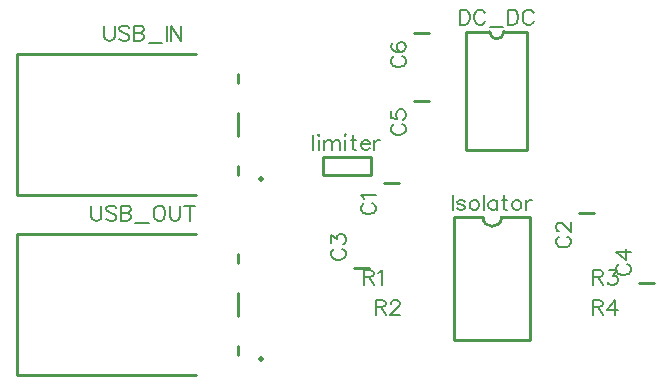
<source format=gbr>
%TF.GenerationSoftware,Novarm,DipTrace,3.1.0.1*%
%TF.CreationDate,2017-08-28T19:58:40+02:00*%
%FSLAX26Y26*%
%MOIN*%
%TF.FileFunction,Legend,Top*%
%TF.Part,Single*%
%ADD10C,0.009843*%
%ADD19C,0.01966*%
%ADD22C,0.01966*%
%ADD54C,0.00772*%
G75*
G01*
%LPD*%
X1068429Y1135360D2*
D10*
X1119571D1*
X1718429Y1035360D2*
X1769571D1*
X1019571Y852640D2*
X968429D1*
X1969571Y802640D2*
X1918429D1*
X1168429Y1410163D2*
X1219571D1*
X1168429Y1635360D2*
X1219571D1*
X1303056Y1023723D2*
Y614277D1*
X1555023Y1023723D2*
Y614277D1*
X1303056D2*
X1555023D1*
X1303056Y1023723D2*
X1397532D1*
X1460546D2*
X1555023D1*
X1397532D2*
G03X1460546Y1023723I31507J21D01*
G01*
X1546367Y1640850D2*
Y1247150D1*
X1341633D2*
X1546367D1*
X1341633Y1640850D2*
Y1247150D1*
Y1640850D2*
X1420374D1*
X1546367D2*
X1467626D1*
X1420374D2*
G03X1467626Y1640850I23626J4D01*
G01*
X-153244Y1095594D2*
Y1567996D1*
Y1095594D2*
X443178D1*
X580969Y1469575D2*
Y1501102D1*
Y1292437D2*
Y1371154D1*
Y1162488D2*
Y1194016D1*
D19*
X659736Y1148746D3*
X-153244Y1567996D2*
D10*
X443178D1*
X-153244Y495594D2*
Y967996D1*
Y495594D2*
X443178D1*
X580969Y869575D2*
Y901102D1*
Y692437D2*
Y771154D1*
Y562488D2*
Y594016D1*
X-153244Y967996D2*
X443178D1*
D22*
X659736Y548720D3*
X863850Y1224000D2*
D10*
Y1164000D1*
X1024150Y1224000D2*
X863850D1*
X1024150D2*
Y1164000D1*
X863850D1*
X1003188Y1068702D2*
D54*
X998434Y1066325D1*
X993626Y1061517D1*
X991249Y1056763D1*
Y1047202D1*
X993626Y1042393D1*
X998434Y1037640D1*
X1003188Y1035208D1*
X1010373Y1032832D1*
X1022366D1*
X1029496Y1035208D1*
X1034304Y1037640D1*
X1039058Y1042393D1*
X1041489Y1047202D1*
Y1056763D1*
X1039058Y1061517D1*
X1034304Y1066325D1*
X1029496Y1068702D1*
X1000866Y1084141D2*
X998434Y1088949D1*
X991305Y1096134D1*
X1041489D1*
X1653188Y957952D2*
X1648434Y955575D1*
X1643626Y950767D1*
X1641249Y946014D1*
Y936452D1*
X1643626Y931643D1*
X1648434Y926890D1*
X1653188Y924458D1*
X1660373Y922082D1*
X1672366D1*
X1679496Y924458D1*
X1684304Y926890D1*
X1689058Y931643D1*
X1691489Y936452D1*
Y946013D1*
X1689058Y950767D1*
X1684304Y955575D1*
X1679496Y957952D1*
X1653243Y975823D2*
X1650866D1*
X1646058Y978199D1*
X1643681Y980576D1*
X1641305Y985384D1*
Y994946D1*
X1643681Y999699D1*
X1646058Y1002076D1*
X1650866Y1004508D1*
X1655620D1*
X1660428Y1002076D1*
X1667558Y997323D1*
X1691489Y973391D1*
Y1006884D1*
X903188Y916986D2*
X898434Y914609D1*
X893626Y909801D1*
X891249Y905048D1*
Y895486D1*
X893626Y890678D1*
X898434Y885924D1*
X903188Y883493D1*
X910373Y881116D1*
X922366D1*
X929496Y883493D1*
X934304Y885924D1*
X939058Y890678D1*
X941489Y895486D1*
Y905048D1*
X939058Y909801D1*
X934304Y914609D1*
X929496Y916986D1*
X891305Y937234D2*
Y963487D1*
X910428Y949172D1*
Y956357D1*
X912805Y961110D1*
X915181Y963486D1*
X922366Y965918D1*
X927119D1*
X934304Y963486D1*
X939113Y958733D1*
X941489Y951548D1*
Y944363D1*
X939113Y937233D1*
X936681Y934857D1*
X931928Y932425D1*
X1853188Y865798D2*
X1848434Y863421D1*
X1843626Y858613D1*
X1841249Y853859D1*
Y844298D1*
X1843626Y839489D1*
X1848434Y834736D1*
X1853188Y832304D1*
X1860373Y829928D1*
X1872366D1*
X1879496Y832304D1*
X1884304Y834736D1*
X1889058Y839489D1*
X1891489Y844298D1*
Y853859D1*
X1889058Y858612D1*
X1884304Y863421D1*
X1879496Y865797D1*
X1891489Y905168D2*
X1841305D1*
X1874743Y881237D1*
Y917107D1*
X1103188Y1332755D2*
X1098434Y1330378D1*
X1093626Y1325570D1*
X1091249Y1320817D1*
Y1311255D1*
X1093626Y1306447D1*
X1098434Y1301693D1*
X1103188Y1299262D1*
X1110373Y1296885D1*
X1122366D1*
X1129496Y1299262D1*
X1134304Y1301693D1*
X1139058Y1306447D1*
X1141489Y1311255D1*
Y1320817D1*
X1139058Y1325570D1*
X1134304Y1330378D1*
X1129496Y1332755D1*
X1091305Y1376879D2*
Y1353003D1*
X1112805Y1350626D1*
X1110428Y1353003D1*
X1107996Y1360188D1*
Y1367317D1*
X1110428Y1374502D1*
X1115181Y1379311D1*
X1122366Y1381687D1*
X1127119D1*
X1134304Y1379311D1*
X1139113Y1374502D1*
X1141489Y1367317D1*
Y1360188D1*
X1139113Y1353002D1*
X1136681Y1350626D1*
X1131928Y1348194D1*
X1103188Y1559168D2*
X1098434Y1556791D1*
X1093626Y1551983D1*
X1091249Y1547229D1*
Y1537668D1*
X1093626Y1532859D1*
X1098434Y1528106D1*
X1103188Y1525674D1*
X1110373Y1523298D1*
X1122366D1*
X1129496Y1525674D1*
X1134304Y1528106D1*
X1139058Y1532859D1*
X1141489Y1537668D1*
Y1547229D1*
X1139058Y1551983D1*
X1134304Y1556791D1*
X1129496Y1559168D1*
X1098434Y1603292D2*
X1093681Y1600915D1*
X1091305Y1593730D1*
Y1588977D1*
X1093681Y1581792D1*
X1100866Y1576983D1*
X1112805Y1574607D1*
X1124743D1*
X1134304Y1576983D1*
X1139113Y1581792D1*
X1141489Y1588977D1*
Y1591353D1*
X1139113Y1598483D1*
X1134304Y1603292D1*
X1127119Y1605668D1*
X1124743D1*
X1117558Y1603292D1*
X1112805Y1598483D1*
X1110428Y1591354D1*
Y1588977D1*
X1112805Y1581792D1*
X1117558Y1576983D1*
X1124743Y1574607D1*
X1297238Y1096946D2*
Y1046706D1*
X1338985Y1073014D2*
X1336609Y1077823D1*
X1329424Y1080200D1*
X1322239D1*
X1315054Y1077823D1*
X1312677Y1073014D1*
X1315054Y1068261D1*
X1319862Y1065829D1*
X1331800Y1063453D1*
X1336609Y1061076D1*
X1338985Y1056268D1*
Y1053891D1*
X1336609Y1049138D1*
X1329424Y1046706D1*
X1322239D1*
X1315054Y1049138D1*
X1312677Y1053891D1*
X1366363Y1080200D2*
X1361610Y1077823D1*
X1356801Y1073014D1*
X1354425Y1065829D1*
Y1061076D1*
X1356801Y1053891D1*
X1361610Y1049138D1*
X1366363Y1046706D1*
X1373548D1*
X1378356Y1049138D1*
X1383109Y1053891D1*
X1385541Y1061076D1*
Y1065829D1*
X1383109Y1073014D1*
X1378356Y1077823D1*
X1373548Y1080200D1*
X1366363D1*
X1400981Y1096946D2*
Y1046706D1*
X1445105Y1080200D2*
Y1046706D1*
Y1073014D2*
X1440352Y1077823D1*
X1435543Y1080200D1*
X1428413D1*
X1423605Y1077823D1*
X1418852Y1073014D1*
X1416420Y1065829D1*
Y1061076D1*
X1418852Y1053891D1*
X1423605Y1049138D1*
X1428413Y1046706D1*
X1435543D1*
X1440352Y1049138D1*
X1445105Y1053891D1*
X1467729Y1096946D2*
Y1056268D1*
X1470106Y1049138D1*
X1474914Y1046706D1*
X1479667D1*
X1460544Y1080200D2*
X1477291D1*
X1507045D2*
X1502291Y1077823D1*
X1497483Y1073014D1*
X1495106Y1065829D1*
Y1061076D1*
X1497483Y1053891D1*
X1502291Y1049138D1*
X1507045Y1046706D1*
X1514230D1*
X1519038Y1049138D1*
X1523791Y1053891D1*
X1526223Y1061076D1*
Y1065829D1*
X1523791Y1073014D1*
X1519038Y1077823D1*
X1514230Y1080200D1*
X1507045D1*
X1541662D2*
Y1046706D1*
Y1065829D2*
X1544094Y1073014D1*
X1548847Y1077823D1*
X1553656Y1080200D1*
X1560841D1*
X1000939Y822819D2*
X1022438D1*
X1029623Y825251D1*
X1032055Y827627D1*
X1034432Y832381D1*
Y837189D1*
X1032055Y841942D1*
X1029623Y844374D1*
X1022438Y846751D1*
X1000939D1*
Y796511D1*
X1017685Y822819D2*
X1034432Y796511D1*
X1049871Y837134D2*
X1054680Y839566D1*
X1061865Y846695D1*
Y796511D1*
X1040189Y722819D2*
X1061688D1*
X1068874Y725251D1*
X1071305Y727627D1*
X1073682Y732381D1*
Y737189D1*
X1071305Y741942D1*
X1068874Y744374D1*
X1061688Y746751D1*
X1040189D1*
Y696511D1*
X1056935Y722819D2*
X1073682Y696511D1*
X1091553Y734757D2*
Y737134D1*
X1093930Y741942D1*
X1096306Y744319D1*
X1101115Y746695D1*
X1110676D1*
X1115429Y744319D1*
X1117806Y741942D1*
X1120238Y737134D1*
Y732381D1*
X1117806Y727572D1*
X1113053Y720442D1*
X1089121Y696511D1*
X1122615D1*
X1765385Y822819D2*
X1786885D1*
X1794070Y825251D1*
X1796502Y827627D1*
X1798879Y832381D1*
Y837189D1*
X1796502Y841942D1*
X1794070Y844374D1*
X1786885Y846751D1*
X1765385D1*
Y796511D1*
X1782132Y822819D2*
X1798879Y796511D1*
X1819126Y846695D2*
X1845380D1*
X1831065Y827572D1*
X1838250D1*
X1843003Y825196D1*
X1845380Y822819D1*
X1847811Y815634D1*
Y810881D1*
X1845380Y803696D1*
X1840626Y798887D1*
X1833441Y796511D1*
X1826256D1*
X1819126Y798887D1*
X1816750Y801319D1*
X1814318Y806072D1*
X1764197Y722819D2*
X1785697D1*
X1792882Y725251D1*
X1795314Y727627D1*
X1797691Y732381D1*
Y737189D1*
X1795314Y741942D1*
X1792882Y744374D1*
X1785697Y746751D1*
X1764197D1*
Y696511D1*
X1780944Y722819D2*
X1797691Y696511D1*
X1837061D2*
Y746695D1*
X1813130Y713257D1*
X1849000D1*
X1321042Y1714073D2*
Y1663833D1*
X1337789D1*
X1344974Y1666265D1*
X1349783Y1671019D1*
X1352159Y1675827D1*
X1354536Y1682957D1*
Y1694950D1*
X1352159Y1702135D1*
X1349783Y1706888D1*
X1344974Y1711697D1*
X1337789Y1714073D1*
X1321042D1*
X1405845Y1702135D2*
X1403468Y1706888D1*
X1398660Y1711697D1*
X1393907Y1714073D1*
X1384345D1*
X1379537Y1711697D1*
X1374783Y1706888D1*
X1372352Y1702135D1*
X1369975Y1694950D1*
Y1682957D1*
X1372352Y1675827D1*
X1374783Y1671019D1*
X1379537Y1666265D1*
X1384345Y1663833D1*
X1393907D1*
X1398660Y1666265D1*
X1403468Y1671019D1*
X1405845Y1675827D1*
X1421284Y1655543D2*
X1466716D1*
X1482155Y1714073D2*
Y1663833D1*
X1498902D1*
X1506087Y1666265D1*
X1510895Y1671019D1*
X1513272Y1675827D1*
X1515648Y1682957D1*
Y1694950D1*
X1513272Y1702135D1*
X1510895Y1706888D1*
X1506087Y1711697D1*
X1498902Y1714073D1*
X1482155D1*
X1566958Y1702135D2*
X1564581Y1706888D1*
X1559772Y1711697D1*
X1555019Y1714073D1*
X1545458D1*
X1540649Y1711697D1*
X1535896Y1706888D1*
X1533464Y1702135D1*
X1531088Y1694950D1*
Y1682957D1*
X1533464Y1675827D1*
X1535896Y1671019D1*
X1540649Y1666265D1*
X1545458Y1663833D1*
X1555019D1*
X1559772Y1666265D1*
X1564581Y1671019D1*
X1566958Y1675827D1*
X136762Y1660924D2*
Y1625054D1*
X139139Y1617869D1*
X143947Y1613116D1*
X151133Y1610684D1*
X155886D1*
X163071Y1613116D1*
X167879Y1617869D1*
X170256Y1625054D1*
Y1660924D1*
X219188Y1653739D2*
X214435Y1658547D1*
X207250Y1660924D1*
X197688D1*
X190503Y1658547D1*
X185695Y1653739D1*
Y1648986D1*
X188127Y1644177D1*
X190503Y1641801D1*
X195257Y1639424D1*
X209627Y1634616D1*
X214435Y1632239D1*
X216812Y1629807D1*
X219188Y1625054D1*
Y1617869D1*
X214435Y1613116D1*
X207250Y1610684D1*
X197688D1*
X190503Y1613116D1*
X185695Y1617869D1*
X234628Y1660924D2*
Y1610684D1*
X256183D1*
X263368Y1613116D1*
X265744Y1615492D1*
X268121Y1620245D1*
Y1627431D1*
X265744Y1632239D1*
X263368Y1634616D1*
X256183Y1636992D1*
X263368Y1639424D1*
X265744Y1641801D1*
X268121Y1646554D1*
Y1651362D1*
X265744Y1656115D1*
X263368Y1658547D1*
X256183Y1660924D1*
X234628D1*
Y1636992D2*
X256183D1*
X283560Y1602393D2*
X328992D1*
X344431Y1660924D2*
Y1610684D1*
X393364Y1660924D2*
Y1610684D1*
X359870Y1660924D1*
Y1610684D1*
X93173Y1060924D2*
Y1025054D1*
X95549Y1017869D1*
X100358Y1013116D1*
X107543Y1010684D1*
X112296D1*
X119481Y1013116D1*
X124290Y1017869D1*
X126666Y1025054D1*
Y1060924D1*
X175599Y1053739D2*
X170846Y1058547D1*
X163661Y1060924D1*
X154099D1*
X146914Y1058547D1*
X142105Y1053739D1*
Y1048986D1*
X144537Y1044177D1*
X146914Y1041801D1*
X151667Y1039424D1*
X166037Y1034616D1*
X170846Y1032239D1*
X173222Y1029807D1*
X175599Y1025054D1*
Y1017869D1*
X170846Y1013116D1*
X163661Y1010684D1*
X154099D1*
X146914Y1013116D1*
X142105Y1017869D1*
X191038Y1060924D2*
Y1010684D1*
X212593D1*
X219778Y1013116D1*
X222155Y1015492D1*
X224531Y1020245D1*
Y1027431D1*
X222155Y1032239D1*
X219778Y1034616D1*
X212593Y1036992D1*
X219778Y1039424D1*
X222155Y1041801D1*
X224531Y1046554D1*
Y1051362D1*
X222155Y1056115D1*
X219778Y1058547D1*
X212593Y1060924D1*
X191038D1*
Y1036992D2*
X212593D1*
X239971Y1002393D2*
X285402D1*
X315212Y1060924D2*
X310403Y1058547D1*
X305650Y1053739D1*
X303218Y1048986D1*
X300841Y1041801D1*
Y1029807D1*
X303218Y1022677D1*
X305650Y1017869D1*
X310403Y1013116D1*
X315212Y1010684D1*
X324773D1*
X329526Y1013116D1*
X334335Y1017869D1*
X336711Y1022677D1*
X339088Y1029807D1*
Y1041801D1*
X336711Y1048986D1*
X334335Y1053739D1*
X329526Y1058547D1*
X324773Y1060924D1*
X315212D1*
X354527D2*
Y1025054D1*
X356904Y1017869D1*
X361712Y1013116D1*
X368897Y1010684D1*
X373650D1*
X380835Y1013116D1*
X385644Y1017869D1*
X388021Y1025054D1*
Y1060924D1*
X420206D2*
Y1010684D1*
X403460Y1060924D2*
X436953D1*
X833045Y1297223D2*
Y1246983D1*
X848484Y1297223D2*
X850860Y1294846D1*
X853292Y1297223D1*
X850860Y1299655D1*
X848484Y1297223D1*
X850860Y1280476D2*
Y1246983D1*
X868731Y1280476D2*
Y1246983D1*
Y1270915D2*
X875917Y1278100D1*
X880725Y1280476D1*
X887855D1*
X892663Y1278100D1*
X895040Y1270915D1*
Y1246983D1*
Y1270915D2*
X902225Y1278100D1*
X907033Y1280476D1*
X914163D1*
X918971Y1278100D1*
X921403Y1270915D1*
Y1246983D1*
X936843Y1297223D2*
X939219Y1294846D1*
X941651Y1297223D1*
X939219Y1299655D1*
X936843Y1297223D1*
X939219Y1280476D2*
Y1246983D1*
X964275Y1297223D2*
Y1256545D1*
X966652Y1249415D1*
X971460Y1246983D1*
X976214D1*
X957090Y1280476D2*
X973837D1*
X991653Y1266106D2*
X1020338D1*
Y1270915D1*
X1017961Y1275723D1*
X1015585Y1278100D1*
X1010776Y1280476D1*
X1003591D1*
X998838Y1278100D1*
X994029Y1273291D1*
X991653Y1266106D1*
Y1261353D1*
X994029Y1254168D1*
X998838Y1249415D1*
X1003591Y1246983D1*
X1010776D1*
X1015585Y1249415D1*
X1020338Y1254168D1*
X1035777Y1280476D2*
Y1246983D1*
Y1266106D2*
X1038209Y1273291D1*
X1042962Y1278100D1*
X1047770Y1280476D1*
X1054955D1*
M02*

</source>
